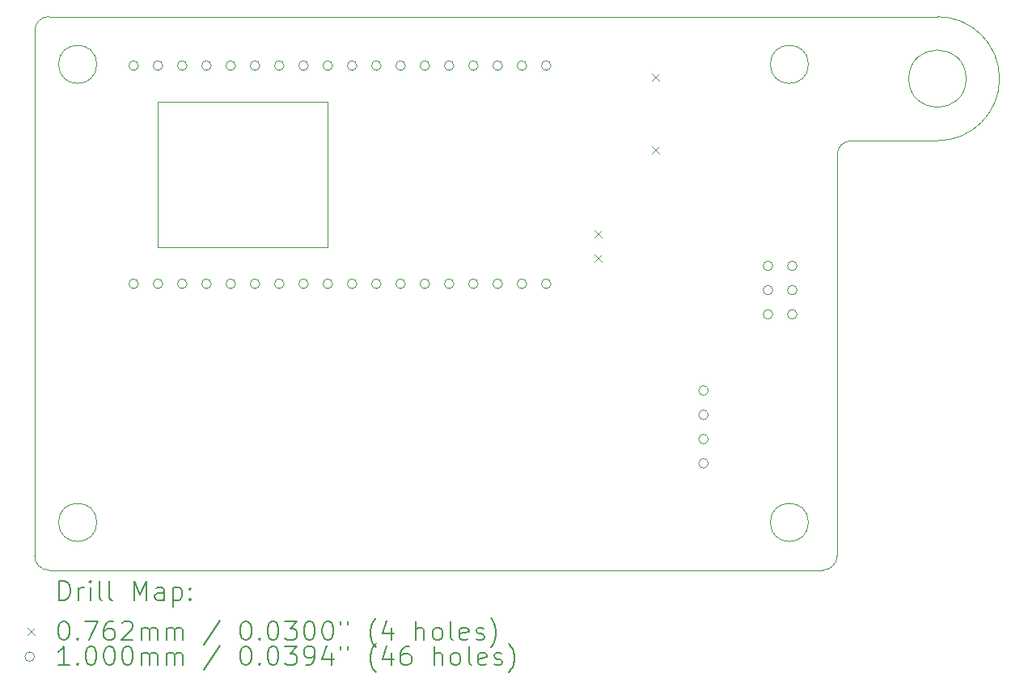
<source format=gbr>
%TF.GenerationSoftware,KiCad,Pcbnew,8.0.4*%
%TF.CreationDate,2024-12-05T13:36:41-08:00*%
%TF.ProjectId,DC33_Cnet_Badge_Main,44433333-5f43-46e6-9574-5f4261646765,rev?*%
%TF.SameCoordinates,Original*%
%TF.FileFunction,Drillmap*%
%TF.FilePolarity,Positive*%
%FSLAX45Y45*%
G04 Gerber Fmt 4.5, Leading zero omitted, Abs format (unit mm)*
G04 Created by KiCad (PCBNEW 8.0.4) date 2024-12-05 13:36:41*
%MOMM*%
%LPD*%
G01*
G04 APERTURE LIST*
%ADD10C,0.050000*%
%ADD11C,0.200000*%
%ADD12C,0.100000*%
G04 APERTURE END LIST*
D10*
X19750000Y-10800000D02*
G75*
G02*
X19600000Y-10950000I-150000J0D01*
G01*
X19750000Y-6600000D02*
G75*
G02*
X19900000Y-6450000I150000J0D01*
G01*
X19450000Y-10450000D02*
G75*
G02*
X19050000Y-10450000I-200000J0D01*
G01*
X19050000Y-10450000D02*
G75*
G02*
X19450000Y-10450000I200000J0D01*
G01*
X19750000Y-5150000D02*
X20800000Y-5150000D01*
X20800000Y-5150000D02*
G75*
G02*
X20800000Y-6450000I0J-650000D01*
G01*
X19600000Y-10950000D02*
X11500000Y-10950000D01*
X11350000Y-5300000D02*
G75*
G02*
X11500000Y-5150000I150000J0D01*
G01*
X12000000Y-5650000D02*
G75*
G02*
X11600000Y-5650000I-200000J0D01*
G01*
X11600000Y-5650000D02*
G75*
G02*
X12000000Y-5650000I200000J0D01*
G01*
X12000000Y-10450000D02*
G75*
G02*
X11600000Y-10450000I-200000J0D01*
G01*
X11600000Y-10450000D02*
G75*
G02*
X12000000Y-10450000I200000J0D01*
G01*
X11350000Y-10800000D02*
X11350000Y-5300000D01*
X21100000Y-5800000D02*
G75*
G02*
X20500000Y-5800000I-300000J0D01*
G01*
X20500000Y-5800000D02*
G75*
G02*
X21100000Y-5800000I300000J0D01*
G01*
X11500000Y-5150000D02*
X19750000Y-5150000D01*
X19450000Y-5650000D02*
G75*
G02*
X19050000Y-5650000I-200000J0D01*
G01*
X19050000Y-5650000D02*
G75*
G02*
X19450000Y-5650000I200000J0D01*
G01*
X11500000Y-10950000D02*
G75*
G02*
X11350000Y-10800000I0J150000D01*
G01*
X19750000Y-6600000D02*
X19750000Y-10800000D01*
X19900000Y-6450000D02*
X20800000Y-6450000D01*
X14418000Y-6045000D02*
X12640000Y-6045000D01*
X12640000Y-7569000D01*
X14418000Y-7569000D01*
X14418000Y-6045000D01*
D11*
D12*
X17211900Y-7384900D02*
X17288100Y-7461100D01*
X17288100Y-7384900D02*
X17211900Y-7461100D01*
X17211900Y-7638900D02*
X17288100Y-7715100D01*
X17288100Y-7638900D02*
X17211900Y-7715100D01*
X17811900Y-5749900D02*
X17888100Y-5826100D01*
X17888100Y-5749900D02*
X17811900Y-5826100D01*
X17811900Y-6511900D02*
X17888100Y-6588100D01*
X17888100Y-6511900D02*
X17811900Y-6588100D01*
X12436000Y-5664000D02*
G75*
G02*
X12336000Y-5664000I-50000J0D01*
G01*
X12336000Y-5664000D02*
G75*
G02*
X12436000Y-5664000I50000J0D01*
G01*
X12436000Y-7950000D02*
G75*
G02*
X12336000Y-7950000I-50000J0D01*
G01*
X12336000Y-7950000D02*
G75*
G02*
X12436000Y-7950000I50000J0D01*
G01*
X12690000Y-5664000D02*
G75*
G02*
X12590000Y-5664000I-50000J0D01*
G01*
X12590000Y-5664000D02*
G75*
G02*
X12690000Y-5664000I50000J0D01*
G01*
X12690000Y-7950000D02*
G75*
G02*
X12590000Y-7950000I-50000J0D01*
G01*
X12590000Y-7950000D02*
G75*
G02*
X12690000Y-7950000I50000J0D01*
G01*
X12944000Y-5664000D02*
G75*
G02*
X12844000Y-5664000I-50000J0D01*
G01*
X12844000Y-5664000D02*
G75*
G02*
X12944000Y-5664000I50000J0D01*
G01*
X12944000Y-7950000D02*
G75*
G02*
X12844000Y-7950000I-50000J0D01*
G01*
X12844000Y-7950000D02*
G75*
G02*
X12944000Y-7950000I50000J0D01*
G01*
X13198000Y-5664000D02*
G75*
G02*
X13098000Y-5664000I-50000J0D01*
G01*
X13098000Y-5664000D02*
G75*
G02*
X13198000Y-5664000I50000J0D01*
G01*
X13198000Y-7950000D02*
G75*
G02*
X13098000Y-7950000I-50000J0D01*
G01*
X13098000Y-7950000D02*
G75*
G02*
X13198000Y-7950000I50000J0D01*
G01*
X13452000Y-5664000D02*
G75*
G02*
X13352000Y-5664000I-50000J0D01*
G01*
X13352000Y-5664000D02*
G75*
G02*
X13452000Y-5664000I50000J0D01*
G01*
X13452000Y-7950000D02*
G75*
G02*
X13352000Y-7950000I-50000J0D01*
G01*
X13352000Y-7950000D02*
G75*
G02*
X13452000Y-7950000I50000J0D01*
G01*
X13706000Y-5664000D02*
G75*
G02*
X13606000Y-5664000I-50000J0D01*
G01*
X13606000Y-5664000D02*
G75*
G02*
X13706000Y-5664000I50000J0D01*
G01*
X13706000Y-7950000D02*
G75*
G02*
X13606000Y-7950000I-50000J0D01*
G01*
X13606000Y-7950000D02*
G75*
G02*
X13706000Y-7950000I50000J0D01*
G01*
X13960000Y-5664000D02*
G75*
G02*
X13860000Y-5664000I-50000J0D01*
G01*
X13860000Y-5664000D02*
G75*
G02*
X13960000Y-5664000I50000J0D01*
G01*
X13960000Y-7950000D02*
G75*
G02*
X13860000Y-7950000I-50000J0D01*
G01*
X13860000Y-7950000D02*
G75*
G02*
X13960000Y-7950000I50000J0D01*
G01*
X14214000Y-5664000D02*
G75*
G02*
X14114000Y-5664000I-50000J0D01*
G01*
X14114000Y-5664000D02*
G75*
G02*
X14214000Y-5664000I50000J0D01*
G01*
X14214000Y-7950000D02*
G75*
G02*
X14114000Y-7950000I-50000J0D01*
G01*
X14114000Y-7950000D02*
G75*
G02*
X14214000Y-7950000I50000J0D01*
G01*
X14468000Y-5664000D02*
G75*
G02*
X14368000Y-5664000I-50000J0D01*
G01*
X14368000Y-5664000D02*
G75*
G02*
X14468000Y-5664000I50000J0D01*
G01*
X14468000Y-7950000D02*
G75*
G02*
X14368000Y-7950000I-50000J0D01*
G01*
X14368000Y-7950000D02*
G75*
G02*
X14468000Y-7950000I50000J0D01*
G01*
X14722000Y-5664000D02*
G75*
G02*
X14622000Y-5664000I-50000J0D01*
G01*
X14622000Y-5664000D02*
G75*
G02*
X14722000Y-5664000I50000J0D01*
G01*
X14722000Y-7950000D02*
G75*
G02*
X14622000Y-7950000I-50000J0D01*
G01*
X14622000Y-7950000D02*
G75*
G02*
X14722000Y-7950000I50000J0D01*
G01*
X14976000Y-5664000D02*
G75*
G02*
X14876000Y-5664000I-50000J0D01*
G01*
X14876000Y-5664000D02*
G75*
G02*
X14976000Y-5664000I50000J0D01*
G01*
X14976000Y-7950000D02*
G75*
G02*
X14876000Y-7950000I-50000J0D01*
G01*
X14876000Y-7950000D02*
G75*
G02*
X14976000Y-7950000I50000J0D01*
G01*
X15230000Y-5664000D02*
G75*
G02*
X15130000Y-5664000I-50000J0D01*
G01*
X15130000Y-5664000D02*
G75*
G02*
X15230000Y-5664000I50000J0D01*
G01*
X15230000Y-7950000D02*
G75*
G02*
X15130000Y-7950000I-50000J0D01*
G01*
X15130000Y-7950000D02*
G75*
G02*
X15230000Y-7950000I50000J0D01*
G01*
X15484000Y-5664000D02*
G75*
G02*
X15384000Y-5664000I-50000J0D01*
G01*
X15384000Y-5664000D02*
G75*
G02*
X15484000Y-5664000I50000J0D01*
G01*
X15484000Y-7950000D02*
G75*
G02*
X15384000Y-7950000I-50000J0D01*
G01*
X15384000Y-7950000D02*
G75*
G02*
X15484000Y-7950000I50000J0D01*
G01*
X15738000Y-5664000D02*
G75*
G02*
X15638000Y-5664000I-50000J0D01*
G01*
X15638000Y-5664000D02*
G75*
G02*
X15738000Y-5664000I50000J0D01*
G01*
X15738000Y-7950000D02*
G75*
G02*
X15638000Y-7950000I-50000J0D01*
G01*
X15638000Y-7950000D02*
G75*
G02*
X15738000Y-7950000I50000J0D01*
G01*
X15992000Y-5664000D02*
G75*
G02*
X15892000Y-5664000I-50000J0D01*
G01*
X15892000Y-5664000D02*
G75*
G02*
X15992000Y-5664000I50000J0D01*
G01*
X15992000Y-7950000D02*
G75*
G02*
X15892000Y-7950000I-50000J0D01*
G01*
X15892000Y-7950000D02*
G75*
G02*
X15992000Y-7950000I50000J0D01*
G01*
X16246000Y-5664000D02*
G75*
G02*
X16146000Y-5664000I-50000J0D01*
G01*
X16146000Y-5664000D02*
G75*
G02*
X16246000Y-5664000I50000J0D01*
G01*
X16246000Y-7950000D02*
G75*
G02*
X16146000Y-7950000I-50000J0D01*
G01*
X16146000Y-7950000D02*
G75*
G02*
X16246000Y-7950000I50000J0D01*
G01*
X16500000Y-5664000D02*
G75*
G02*
X16400000Y-5664000I-50000J0D01*
G01*
X16400000Y-5664000D02*
G75*
G02*
X16500000Y-5664000I50000J0D01*
G01*
X16500000Y-7950000D02*
G75*
G02*
X16400000Y-7950000I-50000J0D01*
G01*
X16400000Y-7950000D02*
G75*
G02*
X16500000Y-7950000I50000J0D01*
G01*
X16754000Y-5664000D02*
G75*
G02*
X16654000Y-5664000I-50000J0D01*
G01*
X16654000Y-5664000D02*
G75*
G02*
X16754000Y-5664000I50000J0D01*
G01*
X16754000Y-7950000D02*
G75*
G02*
X16654000Y-7950000I-50000J0D01*
G01*
X16654000Y-7950000D02*
G75*
G02*
X16754000Y-7950000I50000J0D01*
G01*
X18401000Y-9069000D02*
G75*
G02*
X18301000Y-9069000I-50000J0D01*
G01*
X18301000Y-9069000D02*
G75*
G02*
X18401000Y-9069000I50000J0D01*
G01*
X18401000Y-9323000D02*
G75*
G02*
X18301000Y-9323000I-50000J0D01*
G01*
X18301000Y-9323000D02*
G75*
G02*
X18401000Y-9323000I50000J0D01*
G01*
X18401000Y-9577000D02*
G75*
G02*
X18301000Y-9577000I-50000J0D01*
G01*
X18301000Y-9577000D02*
G75*
G02*
X18401000Y-9577000I50000J0D01*
G01*
X18401000Y-9831000D02*
G75*
G02*
X18301000Y-9831000I-50000J0D01*
G01*
X18301000Y-9831000D02*
G75*
G02*
X18401000Y-9831000I50000J0D01*
G01*
X19076000Y-7762000D02*
G75*
G02*
X18976000Y-7762000I-50000J0D01*
G01*
X18976000Y-7762000D02*
G75*
G02*
X19076000Y-7762000I50000J0D01*
G01*
X19076000Y-8016000D02*
G75*
G02*
X18976000Y-8016000I-50000J0D01*
G01*
X18976000Y-8016000D02*
G75*
G02*
X19076000Y-8016000I50000J0D01*
G01*
X19076000Y-8270000D02*
G75*
G02*
X18976000Y-8270000I-50000J0D01*
G01*
X18976000Y-8270000D02*
G75*
G02*
X19076000Y-8270000I50000J0D01*
G01*
X19330000Y-7762000D02*
G75*
G02*
X19230000Y-7762000I-50000J0D01*
G01*
X19230000Y-7762000D02*
G75*
G02*
X19330000Y-7762000I50000J0D01*
G01*
X19330000Y-8016000D02*
G75*
G02*
X19230000Y-8016000I-50000J0D01*
G01*
X19230000Y-8016000D02*
G75*
G02*
X19330000Y-8016000I50000J0D01*
G01*
X19330000Y-8270000D02*
G75*
G02*
X19230000Y-8270000I-50000J0D01*
G01*
X19230000Y-8270000D02*
G75*
G02*
X19330000Y-8270000I50000J0D01*
G01*
D11*
X11608277Y-11263984D02*
X11608277Y-11063984D01*
X11608277Y-11063984D02*
X11655896Y-11063984D01*
X11655896Y-11063984D02*
X11684467Y-11073508D01*
X11684467Y-11073508D02*
X11703515Y-11092555D01*
X11703515Y-11092555D02*
X11713039Y-11111603D01*
X11713039Y-11111603D02*
X11722562Y-11149698D01*
X11722562Y-11149698D02*
X11722562Y-11178270D01*
X11722562Y-11178270D02*
X11713039Y-11216365D01*
X11713039Y-11216365D02*
X11703515Y-11235412D01*
X11703515Y-11235412D02*
X11684467Y-11254460D01*
X11684467Y-11254460D02*
X11655896Y-11263984D01*
X11655896Y-11263984D02*
X11608277Y-11263984D01*
X11808277Y-11263984D02*
X11808277Y-11130650D01*
X11808277Y-11168746D02*
X11817801Y-11149698D01*
X11817801Y-11149698D02*
X11827324Y-11140174D01*
X11827324Y-11140174D02*
X11846372Y-11130650D01*
X11846372Y-11130650D02*
X11865420Y-11130650D01*
X11932086Y-11263984D02*
X11932086Y-11130650D01*
X11932086Y-11063984D02*
X11922562Y-11073508D01*
X11922562Y-11073508D02*
X11932086Y-11083031D01*
X11932086Y-11083031D02*
X11941610Y-11073508D01*
X11941610Y-11073508D02*
X11932086Y-11063984D01*
X11932086Y-11063984D02*
X11932086Y-11083031D01*
X12055896Y-11263984D02*
X12036848Y-11254460D01*
X12036848Y-11254460D02*
X12027324Y-11235412D01*
X12027324Y-11235412D02*
X12027324Y-11063984D01*
X12160658Y-11263984D02*
X12141610Y-11254460D01*
X12141610Y-11254460D02*
X12132086Y-11235412D01*
X12132086Y-11235412D02*
X12132086Y-11063984D01*
X12389229Y-11263984D02*
X12389229Y-11063984D01*
X12389229Y-11063984D02*
X12455896Y-11206841D01*
X12455896Y-11206841D02*
X12522562Y-11063984D01*
X12522562Y-11063984D02*
X12522562Y-11263984D01*
X12703515Y-11263984D02*
X12703515Y-11159222D01*
X12703515Y-11159222D02*
X12693991Y-11140174D01*
X12693991Y-11140174D02*
X12674943Y-11130650D01*
X12674943Y-11130650D02*
X12636848Y-11130650D01*
X12636848Y-11130650D02*
X12617801Y-11140174D01*
X12703515Y-11254460D02*
X12684467Y-11263984D01*
X12684467Y-11263984D02*
X12636848Y-11263984D01*
X12636848Y-11263984D02*
X12617801Y-11254460D01*
X12617801Y-11254460D02*
X12608277Y-11235412D01*
X12608277Y-11235412D02*
X12608277Y-11216365D01*
X12608277Y-11216365D02*
X12617801Y-11197317D01*
X12617801Y-11197317D02*
X12636848Y-11187793D01*
X12636848Y-11187793D02*
X12684467Y-11187793D01*
X12684467Y-11187793D02*
X12703515Y-11178270D01*
X12798753Y-11130650D02*
X12798753Y-11330650D01*
X12798753Y-11140174D02*
X12817801Y-11130650D01*
X12817801Y-11130650D02*
X12855896Y-11130650D01*
X12855896Y-11130650D02*
X12874943Y-11140174D01*
X12874943Y-11140174D02*
X12884467Y-11149698D01*
X12884467Y-11149698D02*
X12893991Y-11168746D01*
X12893991Y-11168746D02*
X12893991Y-11225888D01*
X12893991Y-11225888D02*
X12884467Y-11244936D01*
X12884467Y-11244936D02*
X12874943Y-11254460D01*
X12874943Y-11254460D02*
X12855896Y-11263984D01*
X12855896Y-11263984D02*
X12817801Y-11263984D01*
X12817801Y-11263984D02*
X12798753Y-11254460D01*
X12979705Y-11244936D02*
X12989229Y-11254460D01*
X12989229Y-11254460D02*
X12979705Y-11263984D01*
X12979705Y-11263984D02*
X12970182Y-11254460D01*
X12970182Y-11254460D02*
X12979705Y-11244936D01*
X12979705Y-11244936D02*
X12979705Y-11263984D01*
X12979705Y-11140174D02*
X12989229Y-11149698D01*
X12989229Y-11149698D02*
X12979705Y-11159222D01*
X12979705Y-11159222D02*
X12970182Y-11149698D01*
X12970182Y-11149698D02*
X12979705Y-11140174D01*
X12979705Y-11140174D02*
X12979705Y-11159222D01*
D12*
X11271300Y-11554400D02*
X11347500Y-11630600D01*
X11347500Y-11554400D02*
X11271300Y-11630600D01*
D11*
X11646372Y-11483984D02*
X11665420Y-11483984D01*
X11665420Y-11483984D02*
X11684467Y-11493508D01*
X11684467Y-11493508D02*
X11693991Y-11503031D01*
X11693991Y-11503031D02*
X11703515Y-11522079D01*
X11703515Y-11522079D02*
X11713039Y-11560174D01*
X11713039Y-11560174D02*
X11713039Y-11607793D01*
X11713039Y-11607793D02*
X11703515Y-11645888D01*
X11703515Y-11645888D02*
X11693991Y-11664936D01*
X11693991Y-11664936D02*
X11684467Y-11674460D01*
X11684467Y-11674460D02*
X11665420Y-11683984D01*
X11665420Y-11683984D02*
X11646372Y-11683984D01*
X11646372Y-11683984D02*
X11627324Y-11674460D01*
X11627324Y-11674460D02*
X11617801Y-11664936D01*
X11617801Y-11664936D02*
X11608277Y-11645888D01*
X11608277Y-11645888D02*
X11598753Y-11607793D01*
X11598753Y-11607793D02*
X11598753Y-11560174D01*
X11598753Y-11560174D02*
X11608277Y-11522079D01*
X11608277Y-11522079D02*
X11617801Y-11503031D01*
X11617801Y-11503031D02*
X11627324Y-11493508D01*
X11627324Y-11493508D02*
X11646372Y-11483984D01*
X11798753Y-11664936D02*
X11808277Y-11674460D01*
X11808277Y-11674460D02*
X11798753Y-11683984D01*
X11798753Y-11683984D02*
X11789229Y-11674460D01*
X11789229Y-11674460D02*
X11798753Y-11664936D01*
X11798753Y-11664936D02*
X11798753Y-11683984D01*
X11874943Y-11483984D02*
X12008277Y-11483984D01*
X12008277Y-11483984D02*
X11922562Y-11683984D01*
X12170182Y-11483984D02*
X12132086Y-11483984D01*
X12132086Y-11483984D02*
X12113039Y-11493508D01*
X12113039Y-11493508D02*
X12103515Y-11503031D01*
X12103515Y-11503031D02*
X12084467Y-11531603D01*
X12084467Y-11531603D02*
X12074943Y-11569698D01*
X12074943Y-11569698D02*
X12074943Y-11645888D01*
X12074943Y-11645888D02*
X12084467Y-11664936D01*
X12084467Y-11664936D02*
X12093991Y-11674460D01*
X12093991Y-11674460D02*
X12113039Y-11683984D01*
X12113039Y-11683984D02*
X12151134Y-11683984D01*
X12151134Y-11683984D02*
X12170182Y-11674460D01*
X12170182Y-11674460D02*
X12179705Y-11664936D01*
X12179705Y-11664936D02*
X12189229Y-11645888D01*
X12189229Y-11645888D02*
X12189229Y-11598269D01*
X12189229Y-11598269D02*
X12179705Y-11579222D01*
X12179705Y-11579222D02*
X12170182Y-11569698D01*
X12170182Y-11569698D02*
X12151134Y-11560174D01*
X12151134Y-11560174D02*
X12113039Y-11560174D01*
X12113039Y-11560174D02*
X12093991Y-11569698D01*
X12093991Y-11569698D02*
X12084467Y-11579222D01*
X12084467Y-11579222D02*
X12074943Y-11598269D01*
X12265420Y-11503031D02*
X12274943Y-11493508D01*
X12274943Y-11493508D02*
X12293991Y-11483984D01*
X12293991Y-11483984D02*
X12341610Y-11483984D01*
X12341610Y-11483984D02*
X12360658Y-11493508D01*
X12360658Y-11493508D02*
X12370182Y-11503031D01*
X12370182Y-11503031D02*
X12379705Y-11522079D01*
X12379705Y-11522079D02*
X12379705Y-11541127D01*
X12379705Y-11541127D02*
X12370182Y-11569698D01*
X12370182Y-11569698D02*
X12255896Y-11683984D01*
X12255896Y-11683984D02*
X12379705Y-11683984D01*
X12465420Y-11683984D02*
X12465420Y-11550650D01*
X12465420Y-11569698D02*
X12474943Y-11560174D01*
X12474943Y-11560174D02*
X12493991Y-11550650D01*
X12493991Y-11550650D02*
X12522563Y-11550650D01*
X12522563Y-11550650D02*
X12541610Y-11560174D01*
X12541610Y-11560174D02*
X12551134Y-11579222D01*
X12551134Y-11579222D02*
X12551134Y-11683984D01*
X12551134Y-11579222D02*
X12560658Y-11560174D01*
X12560658Y-11560174D02*
X12579705Y-11550650D01*
X12579705Y-11550650D02*
X12608277Y-11550650D01*
X12608277Y-11550650D02*
X12627324Y-11560174D01*
X12627324Y-11560174D02*
X12636848Y-11579222D01*
X12636848Y-11579222D02*
X12636848Y-11683984D01*
X12732086Y-11683984D02*
X12732086Y-11550650D01*
X12732086Y-11569698D02*
X12741610Y-11560174D01*
X12741610Y-11560174D02*
X12760658Y-11550650D01*
X12760658Y-11550650D02*
X12789229Y-11550650D01*
X12789229Y-11550650D02*
X12808277Y-11560174D01*
X12808277Y-11560174D02*
X12817801Y-11579222D01*
X12817801Y-11579222D02*
X12817801Y-11683984D01*
X12817801Y-11579222D02*
X12827324Y-11560174D01*
X12827324Y-11560174D02*
X12846372Y-11550650D01*
X12846372Y-11550650D02*
X12874943Y-11550650D01*
X12874943Y-11550650D02*
X12893991Y-11560174D01*
X12893991Y-11560174D02*
X12903515Y-11579222D01*
X12903515Y-11579222D02*
X12903515Y-11683984D01*
X13293991Y-11474460D02*
X13122563Y-11731603D01*
X13551134Y-11483984D02*
X13570182Y-11483984D01*
X13570182Y-11483984D02*
X13589229Y-11493508D01*
X13589229Y-11493508D02*
X13598753Y-11503031D01*
X13598753Y-11503031D02*
X13608277Y-11522079D01*
X13608277Y-11522079D02*
X13617801Y-11560174D01*
X13617801Y-11560174D02*
X13617801Y-11607793D01*
X13617801Y-11607793D02*
X13608277Y-11645888D01*
X13608277Y-11645888D02*
X13598753Y-11664936D01*
X13598753Y-11664936D02*
X13589229Y-11674460D01*
X13589229Y-11674460D02*
X13570182Y-11683984D01*
X13570182Y-11683984D02*
X13551134Y-11683984D01*
X13551134Y-11683984D02*
X13532086Y-11674460D01*
X13532086Y-11674460D02*
X13522563Y-11664936D01*
X13522563Y-11664936D02*
X13513039Y-11645888D01*
X13513039Y-11645888D02*
X13503515Y-11607793D01*
X13503515Y-11607793D02*
X13503515Y-11560174D01*
X13503515Y-11560174D02*
X13513039Y-11522079D01*
X13513039Y-11522079D02*
X13522563Y-11503031D01*
X13522563Y-11503031D02*
X13532086Y-11493508D01*
X13532086Y-11493508D02*
X13551134Y-11483984D01*
X13703515Y-11664936D02*
X13713039Y-11674460D01*
X13713039Y-11674460D02*
X13703515Y-11683984D01*
X13703515Y-11683984D02*
X13693991Y-11674460D01*
X13693991Y-11674460D02*
X13703515Y-11664936D01*
X13703515Y-11664936D02*
X13703515Y-11683984D01*
X13836848Y-11483984D02*
X13855896Y-11483984D01*
X13855896Y-11483984D02*
X13874944Y-11493508D01*
X13874944Y-11493508D02*
X13884467Y-11503031D01*
X13884467Y-11503031D02*
X13893991Y-11522079D01*
X13893991Y-11522079D02*
X13903515Y-11560174D01*
X13903515Y-11560174D02*
X13903515Y-11607793D01*
X13903515Y-11607793D02*
X13893991Y-11645888D01*
X13893991Y-11645888D02*
X13884467Y-11664936D01*
X13884467Y-11664936D02*
X13874944Y-11674460D01*
X13874944Y-11674460D02*
X13855896Y-11683984D01*
X13855896Y-11683984D02*
X13836848Y-11683984D01*
X13836848Y-11683984D02*
X13817801Y-11674460D01*
X13817801Y-11674460D02*
X13808277Y-11664936D01*
X13808277Y-11664936D02*
X13798753Y-11645888D01*
X13798753Y-11645888D02*
X13789229Y-11607793D01*
X13789229Y-11607793D02*
X13789229Y-11560174D01*
X13789229Y-11560174D02*
X13798753Y-11522079D01*
X13798753Y-11522079D02*
X13808277Y-11503031D01*
X13808277Y-11503031D02*
X13817801Y-11493508D01*
X13817801Y-11493508D02*
X13836848Y-11483984D01*
X13970182Y-11483984D02*
X14093991Y-11483984D01*
X14093991Y-11483984D02*
X14027325Y-11560174D01*
X14027325Y-11560174D02*
X14055896Y-11560174D01*
X14055896Y-11560174D02*
X14074944Y-11569698D01*
X14074944Y-11569698D02*
X14084467Y-11579222D01*
X14084467Y-11579222D02*
X14093991Y-11598269D01*
X14093991Y-11598269D02*
X14093991Y-11645888D01*
X14093991Y-11645888D02*
X14084467Y-11664936D01*
X14084467Y-11664936D02*
X14074944Y-11674460D01*
X14074944Y-11674460D02*
X14055896Y-11683984D01*
X14055896Y-11683984D02*
X13998753Y-11683984D01*
X13998753Y-11683984D02*
X13979706Y-11674460D01*
X13979706Y-11674460D02*
X13970182Y-11664936D01*
X14217801Y-11483984D02*
X14236848Y-11483984D01*
X14236848Y-11483984D02*
X14255896Y-11493508D01*
X14255896Y-11493508D02*
X14265420Y-11503031D01*
X14265420Y-11503031D02*
X14274944Y-11522079D01*
X14274944Y-11522079D02*
X14284467Y-11560174D01*
X14284467Y-11560174D02*
X14284467Y-11607793D01*
X14284467Y-11607793D02*
X14274944Y-11645888D01*
X14274944Y-11645888D02*
X14265420Y-11664936D01*
X14265420Y-11664936D02*
X14255896Y-11674460D01*
X14255896Y-11674460D02*
X14236848Y-11683984D01*
X14236848Y-11683984D02*
X14217801Y-11683984D01*
X14217801Y-11683984D02*
X14198753Y-11674460D01*
X14198753Y-11674460D02*
X14189229Y-11664936D01*
X14189229Y-11664936D02*
X14179706Y-11645888D01*
X14179706Y-11645888D02*
X14170182Y-11607793D01*
X14170182Y-11607793D02*
X14170182Y-11560174D01*
X14170182Y-11560174D02*
X14179706Y-11522079D01*
X14179706Y-11522079D02*
X14189229Y-11503031D01*
X14189229Y-11503031D02*
X14198753Y-11493508D01*
X14198753Y-11493508D02*
X14217801Y-11483984D01*
X14408277Y-11483984D02*
X14427325Y-11483984D01*
X14427325Y-11483984D02*
X14446372Y-11493508D01*
X14446372Y-11493508D02*
X14455896Y-11503031D01*
X14455896Y-11503031D02*
X14465420Y-11522079D01*
X14465420Y-11522079D02*
X14474944Y-11560174D01*
X14474944Y-11560174D02*
X14474944Y-11607793D01*
X14474944Y-11607793D02*
X14465420Y-11645888D01*
X14465420Y-11645888D02*
X14455896Y-11664936D01*
X14455896Y-11664936D02*
X14446372Y-11674460D01*
X14446372Y-11674460D02*
X14427325Y-11683984D01*
X14427325Y-11683984D02*
X14408277Y-11683984D01*
X14408277Y-11683984D02*
X14389229Y-11674460D01*
X14389229Y-11674460D02*
X14379706Y-11664936D01*
X14379706Y-11664936D02*
X14370182Y-11645888D01*
X14370182Y-11645888D02*
X14360658Y-11607793D01*
X14360658Y-11607793D02*
X14360658Y-11560174D01*
X14360658Y-11560174D02*
X14370182Y-11522079D01*
X14370182Y-11522079D02*
X14379706Y-11503031D01*
X14379706Y-11503031D02*
X14389229Y-11493508D01*
X14389229Y-11493508D02*
X14408277Y-11483984D01*
X14551134Y-11483984D02*
X14551134Y-11522079D01*
X14627325Y-11483984D02*
X14627325Y-11522079D01*
X14922563Y-11760174D02*
X14913039Y-11750650D01*
X14913039Y-11750650D02*
X14893991Y-11722079D01*
X14893991Y-11722079D02*
X14884468Y-11703031D01*
X14884468Y-11703031D02*
X14874944Y-11674460D01*
X14874944Y-11674460D02*
X14865420Y-11626841D01*
X14865420Y-11626841D02*
X14865420Y-11588746D01*
X14865420Y-11588746D02*
X14874944Y-11541127D01*
X14874944Y-11541127D02*
X14884468Y-11512555D01*
X14884468Y-11512555D02*
X14893991Y-11493508D01*
X14893991Y-11493508D02*
X14913039Y-11464936D01*
X14913039Y-11464936D02*
X14922563Y-11455412D01*
X15084468Y-11550650D02*
X15084468Y-11683984D01*
X15036848Y-11474460D02*
X14989229Y-11617317D01*
X14989229Y-11617317D02*
X15113039Y-11617317D01*
X15341610Y-11683984D02*
X15341610Y-11483984D01*
X15427325Y-11683984D02*
X15427325Y-11579222D01*
X15427325Y-11579222D02*
X15417801Y-11560174D01*
X15417801Y-11560174D02*
X15398753Y-11550650D01*
X15398753Y-11550650D02*
X15370182Y-11550650D01*
X15370182Y-11550650D02*
X15351134Y-11560174D01*
X15351134Y-11560174D02*
X15341610Y-11569698D01*
X15551134Y-11683984D02*
X15532087Y-11674460D01*
X15532087Y-11674460D02*
X15522563Y-11664936D01*
X15522563Y-11664936D02*
X15513039Y-11645888D01*
X15513039Y-11645888D02*
X15513039Y-11588746D01*
X15513039Y-11588746D02*
X15522563Y-11569698D01*
X15522563Y-11569698D02*
X15532087Y-11560174D01*
X15532087Y-11560174D02*
X15551134Y-11550650D01*
X15551134Y-11550650D02*
X15579706Y-11550650D01*
X15579706Y-11550650D02*
X15598753Y-11560174D01*
X15598753Y-11560174D02*
X15608277Y-11569698D01*
X15608277Y-11569698D02*
X15617801Y-11588746D01*
X15617801Y-11588746D02*
X15617801Y-11645888D01*
X15617801Y-11645888D02*
X15608277Y-11664936D01*
X15608277Y-11664936D02*
X15598753Y-11674460D01*
X15598753Y-11674460D02*
X15579706Y-11683984D01*
X15579706Y-11683984D02*
X15551134Y-11683984D01*
X15732087Y-11683984D02*
X15713039Y-11674460D01*
X15713039Y-11674460D02*
X15703515Y-11655412D01*
X15703515Y-11655412D02*
X15703515Y-11483984D01*
X15884468Y-11674460D02*
X15865420Y-11683984D01*
X15865420Y-11683984D02*
X15827325Y-11683984D01*
X15827325Y-11683984D02*
X15808277Y-11674460D01*
X15808277Y-11674460D02*
X15798753Y-11655412D01*
X15798753Y-11655412D02*
X15798753Y-11579222D01*
X15798753Y-11579222D02*
X15808277Y-11560174D01*
X15808277Y-11560174D02*
X15827325Y-11550650D01*
X15827325Y-11550650D02*
X15865420Y-11550650D01*
X15865420Y-11550650D02*
X15884468Y-11560174D01*
X15884468Y-11560174D02*
X15893991Y-11579222D01*
X15893991Y-11579222D02*
X15893991Y-11598269D01*
X15893991Y-11598269D02*
X15798753Y-11617317D01*
X15970182Y-11674460D02*
X15989230Y-11683984D01*
X15989230Y-11683984D02*
X16027325Y-11683984D01*
X16027325Y-11683984D02*
X16046372Y-11674460D01*
X16046372Y-11674460D02*
X16055896Y-11655412D01*
X16055896Y-11655412D02*
X16055896Y-11645888D01*
X16055896Y-11645888D02*
X16046372Y-11626841D01*
X16046372Y-11626841D02*
X16027325Y-11617317D01*
X16027325Y-11617317D02*
X15998753Y-11617317D01*
X15998753Y-11617317D02*
X15979706Y-11607793D01*
X15979706Y-11607793D02*
X15970182Y-11588746D01*
X15970182Y-11588746D02*
X15970182Y-11579222D01*
X15970182Y-11579222D02*
X15979706Y-11560174D01*
X15979706Y-11560174D02*
X15998753Y-11550650D01*
X15998753Y-11550650D02*
X16027325Y-11550650D01*
X16027325Y-11550650D02*
X16046372Y-11560174D01*
X16122563Y-11760174D02*
X16132087Y-11750650D01*
X16132087Y-11750650D02*
X16151134Y-11722079D01*
X16151134Y-11722079D02*
X16160658Y-11703031D01*
X16160658Y-11703031D02*
X16170182Y-11674460D01*
X16170182Y-11674460D02*
X16179706Y-11626841D01*
X16179706Y-11626841D02*
X16179706Y-11588746D01*
X16179706Y-11588746D02*
X16170182Y-11541127D01*
X16170182Y-11541127D02*
X16160658Y-11512555D01*
X16160658Y-11512555D02*
X16151134Y-11493508D01*
X16151134Y-11493508D02*
X16132087Y-11464936D01*
X16132087Y-11464936D02*
X16122563Y-11455412D01*
D12*
X11347500Y-11856500D02*
G75*
G02*
X11247500Y-11856500I-50000J0D01*
G01*
X11247500Y-11856500D02*
G75*
G02*
X11347500Y-11856500I50000J0D01*
G01*
D11*
X11713039Y-11947984D02*
X11598753Y-11947984D01*
X11655896Y-11947984D02*
X11655896Y-11747984D01*
X11655896Y-11747984D02*
X11636848Y-11776555D01*
X11636848Y-11776555D02*
X11617801Y-11795603D01*
X11617801Y-11795603D02*
X11598753Y-11805127D01*
X11798753Y-11928936D02*
X11808277Y-11938460D01*
X11808277Y-11938460D02*
X11798753Y-11947984D01*
X11798753Y-11947984D02*
X11789229Y-11938460D01*
X11789229Y-11938460D02*
X11798753Y-11928936D01*
X11798753Y-11928936D02*
X11798753Y-11947984D01*
X11932086Y-11747984D02*
X11951134Y-11747984D01*
X11951134Y-11747984D02*
X11970182Y-11757508D01*
X11970182Y-11757508D02*
X11979705Y-11767031D01*
X11979705Y-11767031D02*
X11989229Y-11786079D01*
X11989229Y-11786079D02*
X11998753Y-11824174D01*
X11998753Y-11824174D02*
X11998753Y-11871793D01*
X11998753Y-11871793D02*
X11989229Y-11909888D01*
X11989229Y-11909888D02*
X11979705Y-11928936D01*
X11979705Y-11928936D02*
X11970182Y-11938460D01*
X11970182Y-11938460D02*
X11951134Y-11947984D01*
X11951134Y-11947984D02*
X11932086Y-11947984D01*
X11932086Y-11947984D02*
X11913039Y-11938460D01*
X11913039Y-11938460D02*
X11903515Y-11928936D01*
X11903515Y-11928936D02*
X11893991Y-11909888D01*
X11893991Y-11909888D02*
X11884467Y-11871793D01*
X11884467Y-11871793D02*
X11884467Y-11824174D01*
X11884467Y-11824174D02*
X11893991Y-11786079D01*
X11893991Y-11786079D02*
X11903515Y-11767031D01*
X11903515Y-11767031D02*
X11913039Y-11757508D01*
X11913039Y-11757508D02*
X11932086Y-11747984D01*
X12122562Y-11747984D02*
X12141610Y-11747984D01*
X12141610Y-11747984D02*
X12160658Y-11757508D01*
X12160658Y-11757508D02*
X12170182Y-11767031D01*
X12170182Y-11767031D02*
X12179705Y-11786079D01*
X12179705Y-11786079D02*
X12189229Y-11824174D01*
X12189229Y-11824174D02*
X12189229Y-11871793D01*
X12189229Y-11871793D02*
X12179705Y-11909888D01*
X12179705Y-11909888D02*
X12170182Y-11928936D01*
X12170182Y-11928936D02*
X12160658Y-11938460D01*
X12160658Y-11938460D02*
X12141610Y-11947984D01*
X12141610Y-11947984D02*
X12122562Y-11947984D01*
X12122562Y-11947984D02*
X12103515Y-11938460D01*
X12103515Y-11938460D02*
X12093991Y-11928936D01*
X12093991Y-11928936D02*
X12084467Y-11909888D01*
X12084467Y-11909888D02*
X12074943Y-11871793D01*
X12074943Y-11871793D02*
X12074943Y-11824174D01*
X12074943Y-11824174D02*
X12084467Y-11786079D01*
X12084467Y-11786079D02*
X12093991Y-11767031D01*
X12093991Y-11767031D02*
X12103515Y-11757508D01*
X12103515Y-11757508D02*
X12122562Y-11747984D01*
X12313039Y-11747984D02*
X12332086Y-11747984D01*
X12332086Y-11747984D02*
X12351134Y-11757508D01*
X12351134Y-11757508D02*
X12360658Y-11767031D01*
X12360658Y-11767031D02*
X12370182Y-11786079D01*
X12370182Y-11786079D02*
X12379705Y-11824174D01*
X12379705Y-11824174D02*
X12379705Y-11871793D01*
X12379705Y-11871793D02*
X12370182Y-11909888D01*
X12370182Y-11909888D02*
X12360658Y-11928936D01*
X12360658Y-11928936D02*
X12351134Y-11938460D01*
X12351134Y-11938460D02*
X12332086Y-11947984D01*
X12332086Y-11947984D02*
X12313039Y-11947984D01*
X12313039Y-11947984D02*
X12293991Y-11938460D01*
X12293991Y-11938460D02*
X12284467Y-11928936D01*
X12284467Y-11928936D02*
X12274943Y-11909888D01*
X12274943Y-11909888D02*
X12265420Y-11871793D01*
X12265420Y-11871793D02*
X12265420Y-11824174D01*
X12265420Y-11824174D02*
X12274943Y-11786079D01*
X12274943Y-11786079D02*
X12284467Y-11767031D01*
X12284467Y-11767031D02*
X12293991Y-11757508D01*
X12293991Y-11757508D02*
X12313039Y-11747984D01*
X12465420Y-11947984D02*
X12465420Y-11814650D01*
X12465420Y-11833698D02*
X12474943Y-11824174D01*
X12474943Y-11824174D02*
X12493991Y-11814650D01*
X12493991Y-11814650D02*
X12522563Y-11814650D01*
X12522563Y-11814650D02*
X12541610Y-11824174D01*
X12541610Y-11824174D02*
X12551134Y-11843222D01*
X12551134Y-11843222D02*
X12551134Y-11947984D01*
X12551134Y-11843222D02*
X12560658Y-11824174D01*
X12560658Y-11824174D02*
X12579705Y-11814650D01*
X12579705Y-11814650D02*
X12608277Y-11814650D01*
X12608277Y-11814650D02*
X12627324Y-11824174D01*
X12627324Y-11824174D02*
X12636848Y-11843222D01*
X12636848Y-11843222D02*
X12636848Y-11947984D01*
X12732086Y-11947984D02*
X12732086Y-11814650D01*
X12732086Y-11833698D02*
X12741610Y-11824174D01*
X12741610Y-11824174D02*
X12760658Y-11814650D01*
X12760658Y-11814650D02*
X12789229Y-11814650D01*
X12789229Y-11814650D02*
X12808277Y-11824174D01*
X12808277Y-11824174D02*
X12817801Y-11843222D01*
X12817801Y-11843222D02*
X12817801Y-11947984D01*
X12817801Y-11843222D02*
X12827324Y-11824174D01*
X12827324Y-11824174D02*
X12846372Y-11814650D01*
X12846372Y-11814650D02*
X12874943Y-11814650D01*
X12874943Y-11814650D02*
X12893991Y-11824174D01*
X12893991Y-11824174D02*
X12903515Y-11843222D01*
X12903515Y-11843222D02*
X12903515Y-11947984D01*
X13293991Y-11738460D02*
X13122563Y-11995603D01*
X13551134Y-11747984D02*
X13570182Y-11747984D01*
X13570182Y-11747984D02*
X13589229Y-11757508D01*
X13589229Y-11757508D02*
X13598753Y-11767031D01*
X13598753Y-11767031D02*
X13608277Y-11786079D01*
X13608277Y-11786079D02*
X13617801Y-11824174D01*
X13617801Y-11824174D02*
X13617801Y-11871793D01*
X13617801Y-11871793D02*
X13608277Y-11909888D01*
X13608277Y-11909888D02*
X13598753Y-11928936D01*
X13598753Y-11928936D02*
X13589229Y-11938460D01*
X13589229Y-11938460D02*
X13570182Y-11947984D01*
X13570182Y-11947984D02*
X13551134Y-11947984D01*
X13551134Y-11947984D02*
X13532086Y-11938460D01*
X13532086Y-11938460D02*
X13522563Y-11928936D01*
X13522563Y-11928936D02*
X13513039Y-11909888D01*
X13513039Y-11909888D02*
X13503515Y-11871793D01*
X13503515Y-11871793D02*
X13503515Y-11824174D01*
X13503515Y-11824174D02*
X13513039Y-11786079D01*
X13513039Y-11786079D02*
X13522563Y-11767031D01*
X13522563Y-11767031D02*
X13532086Y-11757508D01*
X13532086Y-11757508D02*
X13551134Y-11747984D01*
X13703515Y-11928936D02*
X13713039Y-11938460D01*
X13713039Y-11938460D02*
X13703515Y-11947984D01*
X13703515Y-11947984D02*
X13693991Y-11938460D01*
X13693991Y-11938460D02*
X13703515Y-11928936D01*
X13703515Y-11928936D02*
X13703515Y-11947984D01*
X13836848Y-11747984D02*
X13855896Y-11747984D01*
X13855896Y-11747984D02*
X13874944Y-11757508D01*
X13874944Y-11757508D02*
X13884467Y-11767031D01*
X13884467Y-11767031D02*
X13893991Y-11786079D01*
X13893991Y-11786079D02*
X13903515Y-11824174D01*
X13903515Y-11824174D02*
X13903515Y-11871793D01*
X13903515Y-11871793D02*
X13893991Y-11909888D01*
X13893991Y-11909888D02*
X13884467Y-11928936D01*
X13884467Y-11928936D02*
X13874944Y-11938460D01*
X13874944Y-11938460D02*
X13855896Y-11947984D01*
X13855896Y-11947984D02*
X13836848Y-11947984D01*
X13836848Y-11947984D02*
X13817801Y-11938460D01*
X13817801Y-11938460D02*
X13808277Y-11928936D01*
X13808277Y-11928936D02*
X13798753Y-11909888D01*
X13798753Y-11909888D02*
X13789229Y-11871793D01*
X13789229Y-11871793D02*
X13789229Y-11824174D01*
X13789229Y-11824174D02*
X13798753Y-11786079D01*
X13798753Y-11786079D02*
X13808277Y-11767031D01*
X13808277Y-11767031D02*
X13817801Y-11757508D01*
X13817801Y-11757508D02*
X13836848Y-11747984D01*
X13970182Y-11747984D02*
X14093991Y-11747984D01*
X14093991Y-11747984D02*
X14027325Y-11824174D01*
X14027325Y-11824174D02*
X14055896Y-11824174D01*
X14055896Y-11824174D02*
X14074944Y-11833698D01*
X14074944Y-11833698D02*
X14084467Y-11843222D01*
X14084467Y-11843222D02*
X14093991Y-11862269D01*
X14093991Y-11862269D02*
X14093991Y-11909888D01*
X14093991Y-11909888D02*
X14084467Y-11928936D01*
X14084467Y-11928936D02*
X14074944Y-11938460D01*
X14074944Y-11938460D02*
X14055896Y-11947984D01*
X14055896Y-11947984D02*
X13998753Y-11947984D01*
X13998753Y-11947984D02*
X13979706Y-11938460D01*
X13979706Y-11938460D02*
X13970182Y-11928936D01*
X14189229Y-11947984D02*
X14227325Y-11947984D01*
X14227325Y-11947984D02*
X14246372Y-11938460D01*
X14246372Y-11938460D02*
X14255896Y-11928936D01*
X14255896Y-11928936D02*
X14274944Y-11900365D01*
X14274944Y-11900365D02*
X14284467Y-11862269D01*
X14284467Y-11862269D02*
X14284467Y-11786079D01*
X14284467Y-11786079D02*
X14274944Y-11767031D01*
X14274944Y-11767031D02*
X14265420Y-11757508D01*
X14265420Y-11757508D02*
X14246372Y-11747984D01*
X14246372Y-11747984D02*
X14208277Y-11747984D01*
X14208277Y-11747984D02*
X14189229Y-11757508D01*
X14189229Y-11757508D02*
X14179706Y-11767031D01*
X14179706Y-11767031D02*
X14170182Y-11786079D01*
X14170182Y-11786079D02*
X14170182Y-11833698D01*
X14170182Y-11833698D02*
X14179706Y-11852746D01*
X14179706Y-11852746D02*
X14189229Y-11862269D01*
X14189229Y-11862269D02*
X14208277Y-11871793D01*
X14208277Y-11871793D02*
X14246372Y-11871793D01*
X14246372Y-11871793D02*
X14265420Y-11862269D01*
X14265420Y-11862269D02*
X14274944Y-11852746D01*
X14274944Y-11852746D02*
X14284467Y-11833698D01*
X14455896Y-11814650D02*
X14455896Y-11947984D01*
X14408277Y-11738460D02*
X14360658Y-11881317D01*
X14360658Y-11881317D02*
X14484467Y-11881317D01*
X14551134Y-11747984D02*
X14551134Y-11786079D01*
X14627325Y-11747984D02*
X14627325Y-11786079D01*
X14922563Y-12024174D02*
X14913039Y-12014650D01*
X14913039Y-12014650D02*
X14893991Y-11986079D01*
X14893991Y-11986079D02*
X14884468Y-11967031D01*
X14884468Y-11967031D02*
X14874944Y-11938460D01*
X14874944Y-11938460D02*
X14865420Y-11890841D01*
X14865420Y-11890841D02*
X14865420Y-11852746D01*
X14865420Y-11852746D02*
X14874944Y-11805127D01*
X14874944Y-11805127D02*
X14884468Y-11776555D01*
X14884468Y-11776555D02*
X14893991Y-11757508D01*
X14893991Y-11757508D02*
X14913039Y-11728936D01*
X14913039Y-11728936D02*
X14922563Y-11719412D01*
X15084468Y-11814650D02*
X15084468Y-11947984D01*
X15036848Y-11738460D02*
X14989229Y-11881317D01*
X14989229Y-11881317D02*
X15113039Y-11881317D01*
X15274944Y-11747984D02*
X15236848Y-11747984D01*
X15236848Y-11747984D02*
X15217801Y-11757508D01*
X15217801Y-11757508D02*
X15208277Y-11767031D01*
X15208277Y-11767031D02*
X15189229Y-11795603D01*
X15189229Y-11795603D02*
X15179706Y-11833698D01*
X15179706Y-11833698D02*
X15179706Y-11909888D01*
X15179706Y-11909888D02*
X15189229Y-11928936D01*
X15189229Y-11928936D02*
X15198753Y-11938460D01*
X15198753Y-11938460D02*
X15217801Y-11947984D01*
X15217801Y-11947984D02*
X15255896Y-11947984D01*
X15255896Y-11947984D02*
X15274944Y-11938460D01*
X15274944Y-11938460D02*
X15284468Y-11928936D01*
X15284468Y-11928936D02*
X15293991Y-11909888D01*
X15293991Y-11909888D02*
X15293991Y-11862269D01*
X15293991Y-11862269D02*
X15284468Y-11843222D01*
X15284468Y-11843222D02*
X15274944Y-11833698D01*
X15274944Y-11833698D02*
X15255896Y-11824174D01*
X15255896Y-11824174D02*
X15217801Y-11824174D01*
X15217801Y-11824174D02*
X15198753Y-11833698D01*
X15198753Y-11833698D02*
X15189229Y-11843222D01*
X15189229Y-11843222D02*
X15179706Y-11862269D01*
X15532087Y-11947984D02*
X15532087Y-11747984D01*
X15617801Y-11947984D02*
X15617801Y-11843222D01*
X15617801Y-11843222D02*
X15608277Y-11824174D01*
X15608277Y-11824174D02*
X15589230Y-11814650D01*
X15589230Y-11814650D02*
X15560658Y-11814650D01*
X15560658Y-11814650D02*
X15541610Y-11824174D01*
X15541610Y-11824174D02*
X15532087Y-11833698D01*
X15741610Y-11947984D02*
X15722563Y-11938460D01*
X15722563Y-11938460D02*
X15713039Y-11928936D01*
X15713039Y-11928936D02*
X15703515Y-11909888D01*
X15703515Y-11909888D02*
X15703515Y-11852746D01*
X15703515Y-11852746D02*
X15713039Y-11833698D01*
X15713039Y-11833698D02*
X15722563Y-11824174D01*
X15722563Y-11824174D02*
X15741610Y-11814650D01*
X15741610Y-11814650D02*
X15770182Y-11814650D01*
X15770182Y-11814650D02*
X15789230Y-11824174D01*
X15789230Y-11824174D02*
X15798753Y-11833698D01*
X15798753Y-11833698D02*
X15808277Y-11852746D01*
X15808277Y-11852746D02*
X15808277Y-11909888D01*
X15808277Y-11909888D02*
X15798753Y-11928936D01*
X15798753Y-11928936D02*
X15789230Y-11938460D01*
X15789230Y-11938460D02*
X15770182Y-11947984D01*
X15770182Y-11947984D02*
X15741610Y-11947984D01*
X15922563Y-11947984D02*
X15903515Y-11938460D01*
X15903515Y-11938460D02*
X15893991Y-11919412D01*
X15893991Y-11919412D02*
X15893991Y-11747984D01*
X16074944Y-11938460D02*
X16055896Y-11947984D01*
X16055896Y-11947984D02*
X16017801Y-11947984D01*
X16017801Y-11947984D02*
X15998753Y-11938460D01*
X15998753Y-11938460D02*
X15989230Y-11919412D01*
X15989230Y-11919412D02*
X15989230Y-11843222D01*
X15989230Y-11843222D02*
X15998753Y-11824174D01*
X15998753Y-11824174D02*
X16017801Y-11814650D01*
X16017801Y-11814650D02*
X16055896Y-11814650D01*
X16055896Y-11814650D02*
X16074944Y-11824174D01*
X16074944Y-11824174D02*
X16084468Y-11843222D01*
X16084468Y-11843222D02*
X16084468Y-11862269D01*
X16084468Y-11862269D02*
X15989230Y-11881317D01*
X16160658Y-11938460D02*
X16179706Y-11947984D01*
X16179706Y-11947984D02*
X16217801Y-11947984D01*
X16217801Y-11947984D02*
X16236849Y-11938460D01*
X16236849Y-11938460D02*
X16246372Y-11919412D01*
X16246372Y-11919412D02*
X16246372Y-11909888D01*
X16246372Y-11909888D02*
X16236849Y-11890841D01*
X16236849Y-11890841D02*
X16217801Y-11881317D01*
X16217801Y-11881317D02*
X16189230Y-11881317D01*
X16189230Y-11881317D02*
X16170182Y-11871793D01*
X16170182Y-11871793D02*
X16160658Y-11852746D01*
X16160658Y-11852746D02*
X16160658Y-11843222D01*
X16160658Y-11843222D02*
X16170182Y-11824174D01*
X16170182Y-11824174D02*
X16189230Y-11814650D01*
X16189230Y-11814650D02*
X16217801Y-11814650D01*
X16217801Y-11814650D02*
X16236849Y-11824174D01*
X16313039Y-12024174D02*
X16322563Y-12014650D01*
X16322563Y-12014650D02*
X16341611Y-11986079D01*
X16341611Y-11986079D02*
X16351134Y-11967031D01*
X16351134Y-11967031D02*
X16360658Y-11938460D01*
X16360658Y-11938460D02*
X16370182Y-11890841D01*
X16370182Y-11890841D02*
X16370182Y-11852746D01*
X16370182Y-11852746D02*
X16360658Y-11805127D01*
X16360658Y-11805127D02*
X16351134Y-11776555D01*
X16351134Y-11776555D02*
X16341611Y-11757508D01*
X16341611Y-11757508D02*
X16322563Y-11728936D01*
X16322563Y-11728936D02*
X16313039Y-11719412D01*
M02*

</source>
